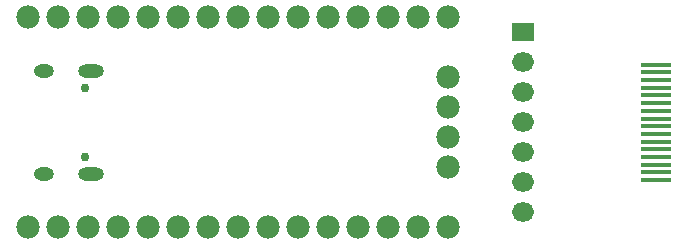
<source format=gbs>
G04*
G04 #@! TF.GenerationSoftware,Altium Limited,Altium Designer,19.1.5 (86)*
G04*
G04 Layer_Color=16711935*
%FSLAX25Y25*%
%MOIN*%
G70*
G01*
G75*
%ADD61O,0.07400X0.06400*%
%ADD62R,0.07400X0.06400*%
%ADD63C,0.07800*%
%ADD64C,0.02959*%
%ADD65O,0.06699X0.04337*%
%ADD66O,0.08668X0.04337*%
%ADD77R,0.10400X0.01660*%
D61*
X200000Y-20000D02*
D03*
Y20000D02*
D03*
Y10000D02*
D03*
Y0D02*
D03*
Y-10000D02*
D03*
Y-30000D02*
D03*
D62*
Y30000D02*
D03*
D63*
X35000Y35000D02*
D03*
X45000D02*
D03*
X55000D02*
D03*
X65000D02*
D03*
X75000D02*
D03*
X85000D02*
D03*
X95000D02*
D03*
X105000D02*
D03*
X115000D02*
D03*
X125000D02*
D03*
X135000D02*
D03*
X145000D02*
D03*
X155000D02*
D03*
X165000D02*
D03*
X175000D02*
D03*
X35000Y-35000D02*
D03*
X45000D02*
D03*
X55000D02*
D03*
X65000D02*
D03*
X75000D02*
D03*
X85000D02*
D03*
X95000D02*
D03*
X105000D02*
D03*
X115000D02*
D03*
X125000D02*
D03*
X135000D02*
D03*
X145000D02*
D03*
X155000D02*
D03*
X165000D02*
D03*
X175000D02*
D03*
Y15000D02*
D03*
Y5000D02*
D03*
Y-5000D02*
D03*
Y-15000D02*
D03*
D64*
X54016Y11378D02*
D03*
Y-11378D02*
D03*
D65*
X40236Y17028D02*
D03*
Y-17028D02*
D03*
D66*
X55984D02*
D03*
Y17028D02*
D03*
D77*
X244400Y19231D02*
D03*
Y16672D02*
D03*
X244400Y14113D02*
D03*
X244400Y11554D02*
D03*
Y8995D02*
D03*
Y6436D02*
D03*
Y3877D02*
D03*
Y1318D02*
D03*
Y-1241D02*
D03*
X244400Y-3800D02*
D03*
Y-6359D02*
D03*
X244400Y-8918D02*
D03*
Y-11477D02*
D03*
Y-14036D02*
D03*
Y-16595D02*
D03*
Y-19154D02*
D03*
M02*

</source>
